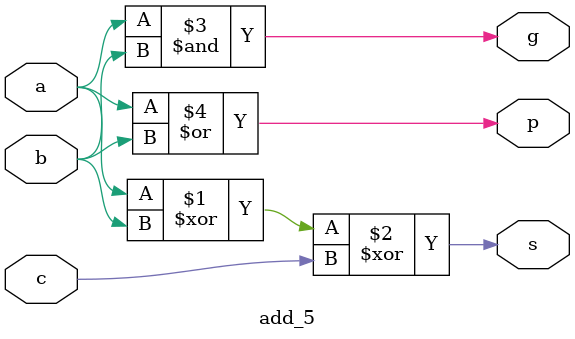
<source format=v>
module add_5(a, b, c, g, p, s);
  input a, b, c;
  output g, p, s;
  assign s = a ^ b ^ c;
  assign g = a & b;
  assign p = a | b;
endmodule
</source>
